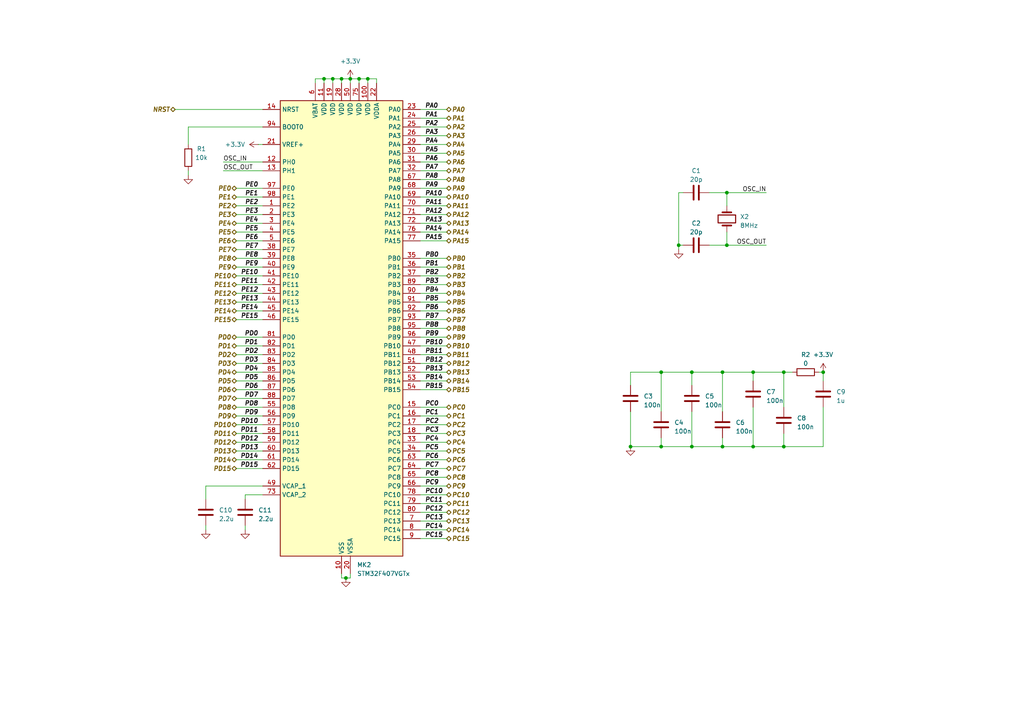
<source format=kicad_sch>
(kicad_sch (version 20250114) (generator "eeschema") (generator_version "9.0")
  (paper "A4")
  (title_block (date "2025-02-17") (comment 1 "STM32F407VG") (comment 2 "Филимонов С.В.") (comment 3 "Семеренко Д.А.") (comment 4 "Тищенко Л.А."))
  (lib_symbols
    (symbol "Device:C" (pin_numbers (hide yes)) (pin_names (offset 0.254))
      (property "Reference" "C" (at 0.635 2.54 0))
      (property "Value" "C" (at 0.635 -2.54 0))
      (symbol "C_0_1"
        (polyline (pts (xy -2.032 0.762) (xy 2.032 0.762)) (stroke (width 0.508)))
        (polyline (pts (xy -2.032 -0.762) (xy 2.032 -0.762)) (stroke (width 0.508)))
      )
      (symbol "C_1_1"
        (pin passive line (at 0 3.81 270) (length 2.794) (name "~") (number "1"))
        (pin passive line (at 0 -3.81 90) (length 2.794) (name "~") (number "2"))
      )
    )
    (symbol "Device:Crystal" (pin_numbers (hide yes)) (pin_names (offset 1.016) (hide yes))
      (property "Reference" "Y" (at 0 3.81 0))
      (property "Value" "Crystal" (at 0 -3.81 0))
      (symbol "Crystal_0_1"
        (polyline (pts (xy -2.54 0) (xy -1.905 0)))
        (polyline (pts (xy -1.905 -1.27) (xy -1.905 1.27)) (stroke (width 0.508)))
        (rectangle (start -1.143 2.54) (end 1.143 -2.54) (stroke (width 0.3048)))
        (polyline (pts (xy 1.905 -1.27) (xy 1.905 1.27)) (stroke (width 0.508)))
        (polyline (pts (xy 2.54 0) (xy 1.905 0)))
      )
      (symbol "Crystal_1_1"
        (pin passive line (at -3.81 0 0) (length 1.27) (name "1") (number "1"))
        (pin passive line (at 3.81 0 180) (length 1.27) (name "2") (number "2"))
      )
    )
    (symbol "Device:R" (pin_numbers (hide yes)) (pin_names (offset 0))
      (property "Reference" "R" (at 2.032 0 90))
      (property "Value" "R" (at 0 0 90))
      (symbol "R_0_1"
        (rectangle (start -1.016 -2.54) (end 1.016 2.54) (stroke (width 0.254)))
      )
      (symbol "R_1_1"
        (pin passive line (at 0 3.81 270) (length 1.27) (name "~") (number "1"))
        (pin passive line (at 0 -3.81 90) (length 1.27) (name "~") (number "2"))
      )
    )
    (symbol "MCU_ST_STM32F4:STM32F407VGTx"
      (property "Reference" "U" (at -17.78 67.31 0))
      (property "Value" "STM32F407VGTx" (at 12.7 67.31 0))
      (symbol "STM32F407VGTx_0_1"
        (rectangle (start -17.78 -66.04) (end 17.78 66.04) (stroke (width 0.254)) (fill (type background)))
      )
      (symbol "STM32F407VGTx_1_1"
        (pin input line (at -22.86 63.5 0) (length 5.08) (name "NRST") (number "14"))
        (pin input line (at -22.86 58.42 0) (length 5.08) (name "BOOT0") (number "94"))
        (pin input line (at -22.86 53.34 0) (length 5.08) (name "VREF+") (number "21"))
        (pin bidirectional line (at -22.86 48.26 0) (length 5.08) (name "PH0") (number "12"))
        (pin bidirectional line (at -22.86 45.72 0) (length 5.08) (name "PH1") (number "13"))
        (pin bidirectional line (at -22.86 40.64 0) (length 5.08) (name "PE0") (number "97"))
        (pin bidirectional line (at -22.86 38.1 0) (length 5.08) (name "PE1") (number "98"))
        (pin bidirectional line (at -22.86 35.56 0) (length 5.08) (name "PE2") (number "1"))
        (pin bidirectional line (at -22.86 33.02 0) (length 5.08) (name "PE3") (number "2"))
        (pin bidirectional line (at -22.86 30.48 0) (length 5.08) (name "PE4") (number "3"))
        (pin bidirectional line (at -22.86 27.94 0) (length 5.08) (name "PE5") (number "4"))
        (pin bidirectional line (at -22.86 25.4 0) (length 5.08) (name "PE6") (number "5"))
        (pin bidirectional line (at -22.86 22.86 0) (length 5.08) (name "PE7") (number "38"))
        (pin bidirectional line (at -22.86 20.32 0) (length 5.08) (name "PE8") (number "39"))
        (pin bidirectional line (at -22.86 17.78 0) (length 5.08) (name "PE9") (number "40"))
        (pin bidirectional line (at -22.86 15.24 0) (length 5.08) (name "PE10") (number "41"))
        (pin bidirectional line (at -22.86 12.7 0) (length 5.08) (name "PE11") (number "42"))
        (pin bidirectional line (at -22.86 10.16 0) (length 5.08) (name "PE12") (number "43"))
        (pin bidirectional line (at -22.86 7.62 0) (length 5.08) (name "PE13") (number "44"))
        (pin bidirectional line (at -22.86 5.08 0) (length 5.08) (name "PE14") (number "45"))
        (pin bidirectional line (at -22.86 2.54 0) (length 5.08) (name "PE15") (number "46"))
        (pin bidirectional line (at -22.86 -2.54 0) (length 5.08) (name "PD0") (number "81"))
        (pin bidirectional line (at -22.86 -5.08 0) (length 5.08) (name "PD1") (number "82"))
        (pin bidirectional line (at -22.86 -7.62 0) (length 5.08) (name "PD2") (number "83"))
        (pin bidirectional line (at -22.86 -10.16 0) (length 5.08) (name "PD3") (number "84"))
        (pin bidirectional line (at -22.86 -12.7 0) (length 5.08) (name "PD4") (number "85"))
        (pin bidirectional line (at -22.86 -15.24 0) (length 5.08) (name "PD5") (number "86"))
        (pin bidirectional line (at -22.86 -17.78 0) (length 5.08) (name "PD6") (number "87"))
        (pin bidirectional line (at -22.86 -20.32 0) (length 5.08) (name "PD7") (number "88"))
        (pin bidirectional line (at -22.86 -22.86 0) (length 5.08) (name "PD8") (number "55"))
        (pin bidirectional line (at -22.86 -25.4 0) (length 5.08) (name "PD9") (number "56"))
        (pin bidirectional line (at -22.86 -27.94 0) (length 5.08) (name "PD10") (number "57"))
        (pin bidirectional line (at -22.86 -30.48 0) (length 5.08) (name "PD11") (number "58"))
        (pin bidirectional line (at -22.86 -33.02 0) (length 5.08) (name "PD12") (number "59"))
        (pin bidirectional line (at -22.86 -35.56 0) (length 5.08) (name "PD13") (number "60"))
        (pin bidirectional line (at -22.86 -38.1 0) (length 5.08) (name "PD14") (number "61"))
        (pin bidirectional line (at -22.86 -40.64 0) (length 5.08) (name "PD15") (number "62"))
        (pin power_out line (at -22.86 -45.72 0) (length 5.08) (name "VCAP_1") (number "49"))
        (pin power_out line (at -22.86 -48.26 0) (length 5.08) (name "VCAP_2") (number "73"))
        (pin power_in line (at -7.62 71.12 270) (length 5.08) (name "VBAT") (number "6"))
        (pin power_in line (at -5.08 71.12 270) (length 5.08) (name "VDD") (number "11"))
        (pin power_in line (at -2.54 71.12 270) (length 5.08) (name "VDD") (number "19"))
        (pin power_in line (at 0 71.12 270) (length 5.08) (name "VDD") (number "28"))
        (pin power_in line (at 0 -71.12 90) (length 5.08) (name "VSS") (number "10"))
        (pin passive line (at 0 -71.12 90) (length 5.08) (hide yes) (name "VSS") (number "27"))
        (pin passive line (at 0 -71.12 90) (length 5.08) (hide yes) (name "VSS") (number "74"))
        (pin passive line (at 0 -71.12 90) (length 5.08) (hide yes) (name "VSS") (number "99"))
        (pin power_in line (at 2.54 71.12 270) (length 5.08) (name "VDD") (number "50"))
        (pin power_in line (at 2.54 -71.12 90) (length 5.08) (name "VSSA") (number "20"))
        (pin power_in line (at 5.08 71.12 270) (length 5.08) (name "VDD") (number "75"))
        (pin power_in line (at 7.62 71.12 270) (length 5.08) (name "VDD") (number "100"))
        (pin power_in line (at 10.16 71.12 270) (length 5.08) (name "VDDA") (number "22"))
        (pin bidirectional line (at 22.86 63.5 180) (length 5.08) (name "PA0") (number "23"))
        (pin bidirectional line (at 22.86 60.96 180) (length 5.08) (name "PA1") (number "24"))
        (pin bidirectional line (at 22.86 58.42 180) (length 5.08) (name "PA2") (number "25"))
        (pin bidirectional line (at 22.86 55.88 180) (length 5.08) (name "PA3") (number "26"))
        (pin bidirectional line (at 22.86 53.34 180) (length 5.08) (name "PA4") (number "29"))
        (pin bidirectional line (at 22.86 50.8 180) (length 5.08) (name "PA5") (number "30"))
        (pin bidirectional line (at 22.86 48.26 180) (length 5.08) (name "PA6") (number "31"))
        (pin bidirectional line (at 22.86 45.72 180) (length 5.08) (name "PA7") (number "32"))
        (pin bidirectional line (at 22.86 43.18 180) (length 5.08) (name "PA8") (number "67"))
        (pin bidirectional line (at 22.86 40.64 180) (length 5.08) (name "PA9") (number "68"))
        (pin bidirectional line (at 22.86 38.1 180) (length 5.08) (name "PA10") (number "69"))
        (pin bidirectional line (at 22.86 35.56 180) (length 5.08) (name "PA11") (number "70"))
        (pin bidirectional line (at 22.86 33.02 180) (length 5.08) (name "PA12") (number "71"))
        (pin bidirectional line (at 22.86 30.48 180) (length 5.08) (name "PA13") (number "72"))
        (pin bidirectional line (at 22.86 27.94 180) (length 5.08) (name "PA14") (number "76"))
        (pin bidirectional line (at 22.86 25.4 180) (length 5.08) (name "PA15") (number "77"))
        (pin bidirectional line (at 22.86 20.32 180) (length 5.08) (name "PB0") (number "35"))
        (pin bidirectional line (at 22.86 17.78 180) (length 5.08) (name "PB1") (number "36"))
        (pin bidirectional line (at 22.86 15.24 180) (length 5.08) (name "PB2") (number "37"))
        (pin bidirectional line (at 22.86 12.7 180) (length 5.08) (name "PB3") (number "89"))
        (pin bidirectional line (at 22.86 10.16 180) (length 5.08) (name "PB4") (number "90"))
        (pin bidirectional line (at 22.86 7.62 180) (length 5.08) (name "PB5") (number "91"))
        (pin bidirectional line (at 22.86 5.08 180) (length 5.08) (name "PB6") (number "92"))
        (pin bidirectional line (at 22.86 2.54 180) (length 5.08) (name "PB7") (number "93"))
        (pin bidirectional line (at 22.86 0 180) (length 5.08) (name "PB8") (number "95"))
        (pin bidirectional line (at 22.86 -2.54 180) (length 5.08) (name "PB9") (number "96"))
        (pin bidirectional line (at 22.86 -5.08 180) (length 5.08) (name "PB10") (number "47"))
        (pin bidirectional line (at 22.86 -7.62 180) (length 5.08) (name "PB11") (number "48"))
        (pin bidirectional line (at 22.86 -10.16 180) (length 5.08) (name "PB12") (number "51"))
        (pin bidirectional line (at 22.86 -12.7 180) (length 5.08) (name "PB13") (number "52"))
        (pin bidirectional line (at 22.86 -15.24 180) (length 5.08) (name "PB14") (number "53"))
        (pin bidirectional line (at 22.86 -17.78 180) (length 5.08) (name "PB15") (number "54"))
        (pin bidirectional line (at 22.86 -22.86 180) (length 5.08) (name "PC0") (number "15"))
        (pin bidirectional line (at 22.86 -25.4 180) (length 5.08) (name "PC1") (number "16"))
        (pin bidirectional line (at 22.86 -27.94 180) (length 5.08) (name "PC2") (number "17"))
        (pin bidirectional line (at 22.86 -30.48 180) (length 5.08) (name "PC3") (number "18"))
        (pin bidirectional line (at 22.86 -33.02 180) (length 5.08) (name "PC4") (number "33"))
        (pin bidirectional line (at 22.86 -35.56 180) (length 5.08) (name "PC5") (number "34"))
        (pin bidirectional line (at 22.86 -38.1 180) (length 5.08) (name "PC6") (number "63"))
        (pin bidirectional line (at 22.86 -40.64 180) (length 5.08) (name "PC7") (number "64"))
        (pin bidirectional line (at 22.86 -43.18 180) (length 5.08) (name "PC8") (number "65"))
        (pin bidirectional line (at 22.86 -45.72 180) (length 5.08) (name "PC9") (number "66"))
        (pin bidirectional line (at 22.86 -48.26 180) (length 5.08) (name "PC10") (number "78"))
        (pin bidirectional line (at 22.86 -50.8 180) (length 5.08) (name "PC11") (number "79"))
        (pin bidirectional line (at 22.86 -53.34 180) (length 5.08) (name "PC12") (number "80"))
        (pin bidirectional line (at 22.86 -55.88 180) (length 5.08) (name "PC13") (number "7"))
        (pin bidirectional line (at 22.86 -58.42 180) (length 5.08) (name "PC14") (number "8"))
        (pin bidirectional line (at 22.86 -60.96 180) (length 5.08) (name "PC15") (number "9"))
      )
    )
    (symbol "power:+3.3V" (power) (pin_numbers (hide yes)) (pin_names (offset 0) (hide yes))
      (property "Value" "+3.3V" (at 0 3.556 0))
      (symbol "+3.3V_0_1"
        (polyline (pts (xy -0.762 1.27) (xy 0 2.54)))
        (polyline (pts (xy 0 2.54) (xy 0.762 1.27)))
        (polyline (pts (xy 0 0) (xy 0 2.54)))
      )
      (symbol "+3.3V_1_1"
        (pin power_in line (at 0 0 90) (length 0) (name "~") (number "1"))
      )
    )
    (symbol "power:GND" (power) (pin_numbers (hide yes)) (pin_names (offset 0) (hide yes))
      (property "Value" "GND" (at 0 -3.81 0))
      (symbol "GND_0_1"
        (polyline (pts (xy 0 0) (xy 0 -1.27) (xy 1.27 -1.27) (xy 0 -2.54) (xy -1.27 -1.27) (xy 0 -1.27)))
      )
      (symbol "GND_1_1"
        (pin power_in line (at 0 0 270) (length 0) (name "~") (number "1"))
      )
    )
  )
  (junction (at 104.14 22.86))
  (junction (at 210.82 71.12))
  (junction (at 93.98 22.86))
  (junction (at 200.66 129.54))
  (junction (at 209.55 107.95))
  (junction (at 196.85 71.12))
  (junction (at 200.66 107.95))
  (junction (at 96.52 22.86))
  (junction (at 210.82 55.88))
  (junction (at 191.77 129.54))
  (junction (at 99.06 22.86))
  (junction (at 191.77 107.95))
  (junction (at 100.33 167.64))
  (junction (at 227.33 129.54))
  (junction (at 227.33 107.95))
  (junction (at 182.88 129.54))
  (junction (at 101.6 22.86))
  (junction (at 218.44 107.95))
  (junction (at 218.44 129.54))
  (junction (at 106.68 22.86))
  (junction (at 238.76 107.95))
  (junction (at 209.55 129.54))
  (wire (pts (xy 68.58 57.15) (xy 76.2 57.15)))
  (wire (pts (xy 99.06 22.86) (xy 99.06 24.13)))
  (wire (pts (xy 68.58 67.31) (xy 76.2 67.31)))
  (wire (pts (xy 68.58 62.23) (xy 76.2 62.23)))
  (wire (pts (xy 68.58 118.11) (xy 76.2 118.11)))
  (wire (pts (xy 68.58 102.87) (xy 76.2 102.87)))
  (wire (pts (xy 68.58 115.57) (xy 76.2 115.57)))
  (wire (pts (xy 121.92 128.27) (xy 129.54 128.27)))
  (wire (pts (xy 68.58 64.77) (xy 76.2 64.77)))
  (wire (pts (xy 210.82 55.88) (xy 222.25 55.88)))
  (wire (pts (xy 121.92 113.03) (xy 129.54 113.03)))
  (wire (pts (xy 238.76 118.11) (xy 238.76 129.54)))
  (wire (pts (xy 205.74 55.88) (xy 210.82 55.88)))
  (wire (pts (xy 209.55 107.95) (xy 218.44 107.95)))
  (wire (pts (xy 200.66 107.95) (xy 200.66 111.76)))
  (wire (pts (xy 99.06 22.86) (xy 101.6 22.86)))
  (wire (pts (xy 191.77 129.54) (xy 200.66 129.54)))
  (wire (pts (xy 76.2 143.51) (xy 71.12 143.51)))
  (wire (pts (xy 68.58 77.47) (xy 76.2 77.47)))
  (wire (pts (xy 191.77 127) (xy 191.77 129.54)))
  (wire (pts (xy 237.49 107.95) (xy 238.76 107.95)))
  (wire (pts (xy 196.85 72.39) (xy 196.85 71.12)))
  (wire (pts (xy 71.12 143.51) (xy 71.12 144.78)))
  (wire (pts (xy 121.92 105.41) (xy 129.54 105.41)))
  (wire (pts (xy 121.92 92.71) (xy 129.54 92.71)))
  (wire (pts (xy 121.92 82.55) (xy 129.54 82.55)))
  (wire (pts (xy 121.92 85.09) (xy 129.54 85.09)))
  (wire (pts (xy 121.92 130.81) (xy 129.54 130.81)))
  (wire (pts (xy 191.77 107.95) (xy 191.77 119.38)))
  (wire (pts (xy 200.66 129.54) (xy 209.55 129.54)))
  (wire (pts (xy 121.92 125.73) (xy 129.54 125.73)))
  (wire (pts (xy 68.58 100.33) (xy 76.2 100.33)))
  (wire (pts (xy 121.92 44.45) (xy 129.54 44.45)))
  (wire (pts (xy 227.33 107.95) (xy 229.87 107.95)))
  (wire (pts (xy 68.58 74.93) (xy 76.2 74.93)))
  (wire (pts (xy 68.58 87.63) (xy 76.2 87.63)))
  (wire (pts (xy 121.92 80.01) (xy 129.54 80.01)))
  (wire (pts (xy 121.92 151.13) (xy 129.54 151.13)))
  (wire (pts (xy 68.58 120.65) (xy 76.2 120.65)))
  (wire (pts (xy 121.92 90.17) (xy 129.54 90.17)))
  (wire (pts (xy 54.61 36.83) (xy 76.2 36.83)))
  (wire (pts (xy 101.6 22.86) (xy 104.14 22.86)))
  (wire (pts (xy 68.58 54.61) (xy 76.2 54.61)))
  (wire (pts (xy 121.92 95.25) (xy 129.54 95.25)))
  (wire (pts (xy 121.92 138.43) (xy 129.54 138.43)))
  (wire (pts (xy 109.22 24.13) (xy 109.22 22.86)))
  (wire (pts (xy 121.92 135.89) (xy 129.54 135.89)))
  (wire (pts (xy 200.66 119.38) (xy 200.66 129.54)))
  (wire (pts (xy 238.76 107.95) (xy 238.76 110.49)))
  (wire (pts (xy 68.58 59.69) (xy 76.2 59.69)))
  (wire (pts (xy 121.92 118.11) (xy 129.54 118.11)))
  (wire (pts (xy 99.06 167.64) (xy 100.33 167.64)))
  (wire (pts (xy 68.58 92.71) (xy 76.2 92.71)))
  (wire (pts (xy 68.58 113.03) (xy 76.2 113.03)))
  (wire (pts (xy 121.92 67.31) (xy 129.54 67.31)))
  (wire (pts (xy 210.82 55.88) (xy 210.82 59.69)))
  (wire (pts (xy 68.58 123.19) (xy 76.2 123.19)))
  (wire (pts (xy 68.58 133.35) (xy 76.2 133.35)))
  (wire (pts (xy 121.92 153.67) (xy 129.54 153.67)))
  (wire (pts (xy 64.77 46.99) (xy 76.2 46.99)))
  (wire (pts (xy 121.92 36.83) (xy 129.54 36.83)))
  (wire (pts (xy 121.92 57.15) (xy 129.54 57.15)))
  (wire (pts (xy 227.33 125.73) (xy 227.33 129.54)))
  (wire (pts (xy 209.55 129.54) (xy 218.44 129.54)))
  (wire (pts (xy 121.92 34.29) (xy 129.54 34.29)))
  (wire (pts (xy 182.88 129.54) (xy 182.88 119.38)))
  (wire (pts (xy 196.85 71.12) (xy 198.12 71.12)))
  (wire (pts (xy 209.55 107.95) (xy 209.55 119.38)))
  (wire (pts (xy 68.58 135.89) (xy 76.2 135.89)))
  (wire (pts (xy 68.58 69.85) (xy 76.2 69.85)))
  (wire (pts (xy 121.92 46.99) (xy 129.54 46.99)))
  (wire (pts (xy 68.58 125.73) (xy 76.2 125.73)))
  (wire (pts (xy 218.44 129.54) (xy 227.33 129.54)))
  (wire (pts (xy 101.6 166.37) (xy 101.6 167.64)))
  (wire (pts (xy 191.77 107.95) (xy 200.66 107.95)))
  (wire (pts (xy 68.58 82.55) (xy 76.2 82.55)))
  (wire (pts (xy 182.88 107.95) (xy 182.88 111.76)))
  (wire (pts (xy 121.92 140.97) (xy 129.54 140.97)))
  (wire (pts (xy 91.44 24.13) (xy 91.44 22.86)))
  (wire (pts (xy 109.22 22.86) (xy 106.68 22.86)))
  (wire (pts (xy 68.58 97.79) (xy 76.2 97.79)))
  (wire (pts (xy 121.92 31.75) (xy 129.54 31.75)))
  (wire (pts (xy 71.12 153.67) (xy 71.12 152.4)))
  (wire (pts (xy 99.06 166.37) (xy 99.06 167.64)))
  (wire (pts (xy 121.92 110.49) (xy 129.54 110.49)))
  (wire (pts (xy 227.33 129.54) (xy 238.76 129.54)))
  (wire (pts (xy 93.98 24.13) (xy 93.98 22.86)))
  (wire (pts (xy 104.14 22.86) (xy 104.14 24.13)))
  (wire (pts (xy 68.58 128.27) (xy 76.2 128.27)))
  (wire (pts (xy 196.85 71.12) (xy 196.85 55.88)))
  (wire (pts (xy 91.44 22.86) (xy 93.98 22.86)))
  (wire (pts (xy 121.92 107.95) (xy 129.54 107.95)))
  (wire (pts (xy 68.58 90.17) (xy 76.2 90.17)))
  (wire (pts (xy 68.58 107.95) (xy 76.2 107.95)))
  (wire (pts (xy 121.92 69.85) (xy 129.54 69.85)))
  (wire (pts (xy 74.93 41.91) (xy 76.2 41.91)))
  (wire (pts (xy 100.33 167.64) (xy 101.6 167.64)))
  (wire (pts (xy 121.92 133.35) (xy 129.54 133.35)))
  (wire (pts (xy 121.92 148.59) (xy 129.54 148.59)))
  (wire (pts (xy 68.58 130.81) (xy 76.2 130.81)))
  (wire (pts (xy 121.92 156.21) (xy 129.54 156.21)))
  (wire (pts (xy 218.44 118.11) (xy 218.44 129.54)))
  (wire (pts (xy 121.92 62.23) (xy 129.54 62.23)))
  (wire (pts (xy 121.92 100.33) (xy 129.54 100.33)))
  (wire (pts (xy 121.92 52.07) (xy 129.54 52.07)))
  (wire (pts (xy 200.66 107.95) (xy 209.55 107.95)))
  (wire (pts (xy 68.58 80.01) (xy 76.2 80.01)))
  (wire (pts (xy 106.68 22.86) (xy 106.68 24.13)))
  (wire (pts (xy 121.92 120.65) (xy 129.54 120.65)))
  (wire (pts (xy 96.52 22.86) (xy 96.52 24.13)))
  (wire (pts (xy 104.14 22.86) (xy 106.68 22.86)))
  (wire (pts (xy 121.92 39.37) (xy 129.54 39.37)))
  (wire (pts (xy 210.82 67.31) (xy 210.82 71.12)))
  (wire (pts (xy 121.92 146.05) (xy 129.54 146.05)))
  (wire (pts (xy 121.92 102.87) (xy 129.54 102.87)))
  (wire (pts (xy 191.77 107.95) (xy 182.88 107.95)))
  (wire (pts (xy 121.92 97.79) (xy 129.54 97.79)))
  (wire (pts (xy 210.82 71.12) (xy 222.25 71.12)))
  (wire (pts (xy 68.58 110.49) (xy 76.2 110.49)))
  (wire (pts (xy 54.61 49.53) (xy 54.61 50.8)))
  (wire (pts (xy 59.69 152.4) (xy 59.69 153.67)))
  (wire (pts (xy 121.92 64.77) (xy 129.54 64.77)))
  (wire (pts (xy 121.92 41.91) (xy 129.54 41.91)))
  (wire (pts (xy 68.58 72.39) (xy 76.2 72.39)))
  (wire (pts (xy 76.2 140.97) (xy 59.69 140.97)))
  (wire (pts (xy 64.77 49.53) (xy 76.2 49.53)))
  (wire (pts (xy 209.55 127) (xy 209.55 129.54)))
  (wire (pts (xy 121.92 74.93) (xy 129.54 74.93)))
  (wire (pts (xy 54.61 36.83) (xy 54.61 41.91)))
  (wire (pts (xy 227.33 118.11) (xy 227.33 107.95)))
  (wire (pts (xy 218.44 107.95) (xy 227.33 107.95)))
  (wire (pts (xy 121.92 49.53) (xy 129.54 49.53)))
  (wire (pts (xy 196.85 55.88) (xy 198.12 55.88)))
  (wire (pts (xy 121.92 59.69) (xy 129.54 59.69)))
  (wire (pts (xy 205.74 71.12) (xy 210.82 71.12)))
  (wire (pts (xy 93.98 22.86) (xy 96.52 22.86)))
  (wire (pts (xy 121.92 87.63) (xy 129.54 87.63)))
  (wire (pts (xy 121.92 77.47) (xy 129.54 77.47)))
  (wire (pts (xy 191.77 129.54) (xy 182.88 129.54)))
  (wire (pts (xy 101.6 22.86) (xy 101.6 24.13)))
  (wire (pts (xy 68.58 85.09) (xy 76.2 85.09)))
  (wire (pts (xy 121.92 54.61) (xy 129.54 54.61)))
  (wire (pts (xy 121.92 143.51) (xy 129.54 143.51)))
  (wire (pts (xy 68.58 105.41) (xy 76.2 105.41)))
  (wire (pts (xy 59.69 140.97) (xy 59.69 144.78)))
  (wire (pts (xy 121.92 123.19) (xy 129.54 123.19)))
  (wire (pts (xy 50.8 31.75) (xy 76.2 31.75)))
  (wire (pts (xy 96.52 22.86) (xy 99.06 22.86)))
  (wire (pts (xy 218.44 107.95) (xy 218.44 110.49)))
  (label "PC1" (at 123.19 120.65 0) (effects (font (bold yes) (italic yes))))
  (label "PD0" (at 74.93 97.79 180) (effects (font (bold yes) (italic yes))))
  (label "PE0" (at 74.93 54.61 180) (effects (font (bold yes) (italic yes))))
  (label "PB2" (at 123.19 80.01 0) (effects (font (bold yes) (italic yes))))
  (label "PE12" (at 74.93 85.09 180) (effects (font (bold yes) (italic yes))))
  (label "PB15" (at 123.19 113.03 0) (effects (font (bold yes) (italic yes))))
  (label "PA15" (at 123.19 69.85 0) (effects (font (bold yes) (italic yes))))
  (label "PA11" (at 123.19 59.69 0) (effects (font (bold yes) (italic yes))))
  (label "PE4" (at 74.93 64.77 180) (effects (font (bold yes) (italic yes))))
  (label "PB11" (at 123.19 102.87 0) (effects (font (bold yes) (italic yes))))
  (label "PA5" (at 123.19 44.45 0) (effects (font (bold yes) (italic yes))))
  (label "PB7" (at 123.19 92.71 0) (effects (font (bold yes) (italic yes))))
  (label "PE3" (at 74.93 62.23 180) (effects (font (bold yes) (italic yes))))
  (label "PD5" (at 74.93 110.49 180) (effects (font (bold yes) (italic yes))))
  (label "PC9" (at 123.19 140.97 0) (effects (font (bold yes) (italic yes))))
  (label "OSC_IN" (at 222.25 55.88 180))
  (label "PA7" (at 123.19 49.53 0) (effects (font (bold yes) (italic yes))))
  (label "PA2" (at 123.19 36.83 0) (effects (font (bold yes) (italic yes))))
  (label "PE11" (at 74.93 82.55 180) (effects (font (bold yes) (italic yes))))
  (label "PA8" (at 123.19 52.07 0) (effects (font (bold yes) (italic yes))))
  (label "PD8" (at 74.93 118.11 180) (effects (font (bold yes) (italic yes))))
  (label "PB5" (at 123.19 87.63 0) (effects (font (bold yes) (italic yes))))
  (label "PC11" (at 123.19 146.05 0) (effects (font (bold yes) (italic yes))))
  (label "PE9" (at 74.93 77.47 180) (effects (font (bold yes) (italic yes))))
  (label "PC10" (at 123.19 143.51 0) (effects (font (bold yes) (italic yes))))
  (label "PB9" (at 123.19 97.79 0) (effects (font (bold yes) (italic yes))))
  (label "PD9" (at 74.93 120.65 180) (effects (font (bold yes) (italic yes))))
  (label "PE5" (at 74.93 67.31 180) (effects (font (bold yes) (italic yes))))
  (label "PA3" (at 123.19 39.37 0) (effects (font (bold yes) (italic yes))))
  (label "PB4" (at 123.19 85.09 0) (effects (font (bold yes) (italic yes))))
  (label "PD12" (at 74.93 128.27 180) (effects (font (bold yes) (italic yes))))
  (label "PD6" (at 74.93 113.03 180) (effects (font (bold yes) (italic yes))))
  (label "PD14" (at 74.93 133.35 180) (effects (font (bold yes) (italic yes))))
  (label "PD7" (at 74.93 115.57 180) (effects (font (bold yes) (italic yes))))
  (label "OSC_OUT" (at 222.25 71.12 180))
  (label "PE13" (at 74.93 87.63 180) (effects (font (bold yes) (italic yes))))
  (label "PC12" (at 123.19 148.59 0) (effects (font (bold yes) (italic yes))))
  (label "PA6" (at 123.19 46.99 0) (effects (font (bold yes) (italic yes))))
  (label "PB12" (at 123.19 105.41 0) (effects (font (bold yes) (italic yes))))
  (label "PE1" (at 74.93 57.15 180) (effects (font (bold yes) (italic yes))))
  (label "PA10" (at 123.19 57.15 0) (effects (font (bold yes) (italic yes))))
  (label "PC8" (at 123.19 138.43 0) (effects (font (bold yes) (italic yes))))
  (label "PB14" (at 123.19 110.49 0) (effects (font (bold yes) (italic yes))))
  (label "PB3" (at 123.19 82.55 0) (effects (font (bold yes) (italic yes))))
  (label "PE2" (at 74.93 59.69 180) (effects (font (bold yes) (italic yes))))
  (label "PC0" (at 123.19 118.11 0) (effects (font (bold yes) (italic yes))))
  (label "PB13" (at 123.19 107.95 0) (effects (font (bold yes) (italic yes))))
  (label "PD13" (at 74.93 130.81 180) (effects (font (bold yes) (italic yes))))
  (label "PB8" (at 123.19 95.25 0) (effects (font (bold yes) (italic yes))))
  (label "PC7" (at 123.19 135.89 0) (effects (font (bold yes) (italic yes))))
  (label "PC6" (at 123.19 133.35 0) (effects (font (bold yes) (italic yes))))
  (label "PA1" (at 123.19 34.29 0) (effects (font (bold yes) (italic yes))))
  (label "PC2" (at 123.19 123.19 0) (effects (font (bold yes) (italic yes))))
  (label "PD1" (at 74.93 100.33 180) (effects (font (bold yes) (italic yes))))
  (label "PD3" (at 74.93 105.41 180) (effects (font (bold yes) (italic yes))))
  (label "PC5" (at 123.19 130.81 0) (effects (font (bold yes) (italic yes))))
  (label "PD15" (at 74.93 135.89 180) (effects (font (bold yes) (italic yes))))
  (label "PE7" (at 74.93 72.39 180) (effects (font (bold yes) (italic yes))))
  (label "PE14" (at 74.93 90.17 180) (effects (font (bold yes) (italic yes))))
  (label "PA4" (at 123.19 41.91 0) (effects (font (bold yes) (italic yes))))
  (label "PB0" (at 123.19 74.93 0) (effects (font (bold yes) (italic yes))))
  (label "PA12" (at 123.19 62.23 0) (effects (font (bold yes) (italic yes))))
  (label "PA0" (at 123.19 31.75 0) (effects (font (bold yes) (italic yes))))
  (label "PE10" (at 74.93 80.01 180) (effects (font (bold yes) (italic yes))))
  (label "PA14" (at 123.19 67.31 0) (effects (font (bold yes) (italic yes))))
  (label "PA9" (at 123.19 54.61 0) (effects (font (bold yes) (italic yes))))
  (label "PC3" (at 123.19 125.73 0) (effects (font (bold yes) (italic yes))))
  (label "OSC_IN" (at 64.77 46.99 0))
  (label "PC15" (at 123.19 156.21 0) (effects (font (bold yes) (italic yes))))
  (label "PC4" (at 123.19 128.27 0) (effects (font (bold yes) (italic yes))))
  (label "PB10" (at 123.19 100.33 0) (effects (font (bold yes) (italic yes))))
  (label "PD11" (at 74.93 125.73 180) (effects (font (bold yes) (italic yes))))
  (label "PB6" (at 123.19 90.17 0) (effects (font (bold yes) (italic yes))))
  (label "PC13" (at 123.19 151.13 0) (effects (font (bold yes) (italic yes))))
  (label "PD10" (at 74.93 123.19 180) (effects (font (bold yes) (italic yes))))
  (label "PC14" (at 123.19 153.67 0) (effects (font (bold yes) (italic yes))))
  (label "PB1" (at 123.19 77.47 0) (effects (font (bold yes) (italic yes))))
  (label "PE8" (at 74.93 74.93 180) (effects (font (bold yes) (italic yes))))
  (label "OSC_OUT" (at 64.77 49.53 0))
  (label "PD4" (at 74.93 107.95 180) (effects (font (bold yes) (italic yes))))
  (label "PA13" (at 123.19 64.77 0) (effects (font (bold yes) (italic yes))))
  (label "PE6" (at 74.93 69.85 180) (effects (font (bold yes) (italic yes))))
  (label "PE15" (at 74.93 92.71 180) (effects (font (bold yes) (italic yes))))
  (label "PD2" (at 74.93 102.87 180) (effects (font (bold yes) (italic yes))))
  (hierarchical_label "PB3" (shape bidirectional) (at 129.54 82.55 0) (effects (font (thickness 0.254) (bold yes) (italic yes))))
  (hierarchical_label "PA9" (shape bidirectional) (at 129.54 54.61 0) (effects (font (bold yes) (italic yes))))
  (hierarchical_label "PE7" (shape bidirectional) (at 68.58 72.39 180) (effects (font (bold yes) (italic yes))))
  (hierarchical_label "PD1" (shape bidirectional) (at 68.58 100.33 180) (effects (font (bold yes) (italic yes))))
  (hierarchical_label "PC6" (shape bidirectional) (at 129.54 133.35 0) (effects (font (bold yes) (italic yes))))
  (hierarchical_label "PA7" (shape bidirectional) (at 129.54 49.53 0) (effects (font (bold yes) (italic yes))))
  (hierarchical_label "PC15" (shape bidirectional) (at 129.54 156.21 0) (effects (font (bold yes) (italic yes))))
  (hierarchical_label "PD4" (shape bidirectional) (at 68.58 107.95 180) (effects (font (bold yes) (italic yes))))
  (hierarchical_label "PC0" (shape bidirectional) (at 129.54 118.11 0) (effects (font (bold yes) (italic yes))))
  (hierarchical_label "PE12" (shape bidirectional) (at 68.58 85.09 180) (effects (font (bold yes) (italic yes))))
  (hierarchical_label "PB10" (shape bidirectional) (at 129.54 100.33 0) (effects (font (thickness 0.254) (bold yes) (italic yes))))
  (hierarchical_label "PB5" (shape bidirectional) (at 129.54 87.63 0) (effects (font (thickness 0.254) (bold yes) (italic yes))))
  (hierarchical_label "PA5" (shape bidirectional) (at 129.54 44.45 0) (effects (font (bold yes) (italic yes))))
  (hierarchical_label "PD6" (shape bidirectional) (at 68.58 113.03 180) (effects (font (bold yes) (italic yes))))
  (hierarchical_label "PD3" (shape bidirectional) (at 68.58 105.41 180) (effects (font (bold yes) (italic yes))))
  (hierarchical_label "PA13" (shape bidirectional) (at 129.54 64.77 0) (effects (font (bold yes) (italic yes))))
  (hierarchical_label "PA6" (shape bidirectional) (at 129.54 46.99 0) (effects (font (bold yes) (italic yes))))
  (hierarchical_label "PB4" (shape bidirectional) (at 129.54 85.09 0) (effects (font (thickness 0.254) (bold yes) (italic yes))))
  (hierarchical_label "PC2" (shape bidirectional) (at 129.54 123.19 0) (effects (font (bold yes) (italic yes))))
  (hierarchical_label "PA0" (shape bidirectional) (at 129.54 31.75 0) (effects (font (bold yes) (italic yes))))
  (hierarchical_label "PE4" (shape bidirectional) (at 68.58 64.77 180) (effects (font (bold yes) (italic yes))))
  (hierarchical_label "PA11" (shape bidirectional) (at 129.54 59.69 0) (effects (font (bold yes) (italic yes))))
  (hierarchical_label "PE14" (shape bidirectional) (at 68.58 90.17 180) (effects (font (bold yes) (italic yes))))
  (hierarchical_label "PC8" (shape bidirectional) (at 129.54 138.43 0) (effects (font (bold yes) (italic yes))))
  (hierarchical_label "PD13" (shape bidirectional) (at 68.58 130.81 180) (effects (font (bold yes) (italic yes))))
  (hierarchical_label "PC5" (shape bidirectional) (at 129.54 130.81 0) (effects (font (bold yes) (italic yes))))
  (hierarchical_label "PE0" (shape bidirectional) (at 68.58 54.61 180) (effects (font (bold yes) (italic yes))))
  (hierarchical_label "PB8" (shape bidirectional) (at 129.54 95.25 0) (effects (font (thickness 0.254) (bold yes) (italic yes))))
  (hierarchical_label "PA10" (shape bidirectional) (at 129.54 57.15 0) (effects (font (bold yes) (italic yes))))
  (hierarchical_label "PE3" (shape bidirectional) (at 68.58 62.23 180) (effects (font (bold yes) (italic yes))))
  (hierarchical_label "PA14" (shape bidirectional) (at 129.54 67.31 0) (effects (font (bold yes) (italic yes))))
  (hierarchical_label "PE1" (shape bidirectional) (at 68.58 57.15 180) (effects (font (bold yes) (italic yes))))
  (hierarchical_label "PA1" (shape bidirectional) (at 129.54 34.29 0) (effects (font (bold yes) (italic yes))))
  (hierarchical_label "PE8" (shape bidirectional) (at 68.58 74.93 180) (effects (font (bold yes) (italic yes))))
  (hierarchical_label "PC4" (shape bidirectional) (at 129.54 128.27 0) (effects (font (bold yes) (italic yes))))
  (hierarchical_label "PC12" (shape bidirectional) (at 129.54 148.59 0) (effects (font (bold yes) (italic yes))))
  (hierarchical_label "PB14" (shape bidirectional) (at 129.54 110.49 0) (effects (font (thickness 0.254) (bold yes) (italic yes))))
  (hierarchical_label "PC14" (shape bidirectional) (at 129.54 153.67 0) (effects (font (bold yes) (italic yes))))
  (hierarchical_label "PA2" (shape bidirectional) (at 129.54 36.83 0) (effects (font (bold yes) (italic yes))))
  (hierarchical_label "PD0" (shape bidirectional) (at 68.58 97.79 180) (effects (font (bold yes) (italic yes))))
  (hierarchical_label "PE15" (shape bidirectional) (at 68.58 92.71 180) (effects (font (bold yes) (italic yes))))
  (hierarchical_label "PA8" (shape bidirectional) (at 129.54 52.07 0) (effects (font (bold yes) (italic yes))))
  (hierarchical_label "PC3" (shape bidirectional) (at 129.54 125.73 0) (effects (font (bold yes) (italic yes))))
  (hierarchical_label "PC10" (shape bidirectional) (at 129.54 143.51 0) (effects (font (bold yes) (italic yes))))
  (hierarchical_label "PD2" (shape bidirectional) (at 68.58 102.87 180) (effects (font (bold yes) (italic yes))))
  (hierarchical_label "PB13" (shape bidirectional) (at 129.54 107.95 0) (effects (font (thickness 0.254) (bold yes) (italic yes))))
  (hierarchical_label "PB6" (shape bidirectional) (at 129.54 90.17 0) (effects (font (thickness 0.254) (bold yes) (italic yes))))
  (hierarchical_label "PD5" (shape bidirectional) (at 68.58 110.49 180) (effects (font (bold yes) (italic yes))))
  (hierarchical_label "PB1" (shape bidirectional) (at 129.54 77.47 0) (effects (font (thickness 0.254) (bold yes) (italic yes))))
  (hierarchical_label "PD10" (shape bidirectional) (at 68.58 123.19 180) (effects (font (bold yes) (italic yes))))
  (hierarchical_label "PB11" (shape bidirectional) (at 129.54 102.87 0) (effects (font (thickness 0.254) (bold yes) (italic yes))))
  (hierarchical_label "PD8" (shape bidirectional) (at 68.58 118.11 180) (effects (font (bold yes) (italic yes))))
  (hierarchical_label "PC13" (shape bidirectional) (at 129.54 151.13 0) (effects (font (bold yes) (italic yes))))
  (hierarchical_label "PA15" (shape bidirectional) (at 129.54 69.85 0) (effects (font (bold yes) (italic yes))))
  (hierarchical_label "PB12" (shape bidirectional) (at 129.54 105.41 0) (effects (font (thickness 0.254) (bold yes) (italic yes))))
  (hierarchical_label "PD7" (shape bidirectional) (at 68.58 115.57 180) (effects (font (bold yes) (italic yes))))
  (hierarchical_label "PE5" (shape bidirectional) (at 68.58 67.31 180) (effects (font (bold yes) (italic yes))))
  (hierarchical_label "PE10" (shape bidirectional) (at 68.58 80.01 180) (effects (font (bold yes) (italic yes))))
  (hierarchical_label "PC11" (shape bidirectional) (at 129.54 146.05 0) (effects (font (bold yes) (italic yes))))
  (hierarchical_label "PD11" (shape bidirectional) (at 68.58 125.73 180) (effects (font (bold yes) (italic yes))))
  (hierarchical_label "PA12" (shape bidirectional) (at 129.54 62.23 0) (effects (font (bold yes) (italic yes))))
  (hierarchical_label "PC1" (shape bidirectional) (at 129.54 120.65 0) (effects (font (bold yes) (italic yes))))
  (hierarchical_label "PB15" (shape bidirectional) (at 129.54 113.03 0) (effects (font (thickness 0.254) (bold yes) (italic yes))))
  (hierarchical_label "PE11" (shape bidirectional) (at 68.58 82.55 180) (effects (font (bold yes) (italic yes))))
  (hierarchical_label "PA4" (shape bidirectional) (at 129.54 41.91 0) (effects (font (bold yes) (italic yes))))
  (hierarchical_label "PE6" (shape bidirectional) (at 68.58 69.85 180) (effects (font (bold yes) (italic yes))))
  (hierarchical_label "PB2" (shape bidirectional) (at 129.54 80.01 0) (effects (font (thickness 0.254) (bold yes) (italic yes))))
  (hierarchical_label "PB9" (shape bidirectional) (at 129.54 97.79 0) (effects (font (thickness 0.254) (bold yes) (italic yes))))
  (hierarchical_label "PD15" (shape bidirectional) (at 68.58 135.89 180) (effects (font (bold yes) (italic yes))))
  (hierarchical_label "PE9" (shape bidirectional) (at 68.58 77.47 180) (effects (font (bold yes) (italic yes))))
  (hierarchical_label "PB7" (shape bidirectional) (at 129.54 92.71 0) (effects (font (thickness 0.254) (bold yes) (italic yes))))
  (hierarchical_label "PA3" (shape bidirectional) (at 129.54 39.37 0) (effects (font (bold yes) (italic yes))))
  (hierarchical_label "PC9" (shape bidirectional) (at 129.54 140.97 0) (effects (font (bold yes) (italic yes))))
  (hierarchical_label "PE13" (shape bidirectional) (at 68.58 87.63 180) (effects (font (bold yes) (italic yes))))
  (hierarchical_label "PE2" (shape bidirectional) (at 68.58 59.69 180) (effects (font (bold yes) (italic yes))))
  (hierarchical_label "PD14" (shape bidirectional) (at 68.58 133.35 180) (effects (font (bold yes) (italic yes))))
  (hierarchical_label "PD12" (shape bidirectional) (at 68.58 128.27 180) (effects (font (bold yes) (italic yes))))
  (hierarchical_label "PB0" (shape bidirectional) (at 129.54 74.93 0) (effects (font (thickness 0.254) (bold yes) (italic yes))))
  (hierarchical_label "PC7" (shape bidirectional) (at 129.54 135.89 0) (effects (font (bold yes) (italic yes))))
  (hierarchical_label "PD9" (shape bidirectional) (at 68.58 120.65 180) (effects (font (bold yes) (italic yes))))
  (hierarchical_label "NRST" (shape bidirectional) (at 50.8 31.75 180) (effects (font (thickness 0.254) (bold yes) (italic yes))))
  (symbol (lib_id "Device:R") (at 54.61 45.72 180) (unit 1)
    (property "Reference" "R1" (at 58.42 43.18 0))
    (property "Value" "10k" (at 58.42 45.72 0))
    (property "Footprint" "Resistor_SMD:R_1206_3216Metric_Pad1.30x1.75mm_HandSolder" (effects (hide yes)))
  )
  (symbol (lib_id "power:GND") (at 54.61 50.8 0) (unit 1)
    (property "Reference" "#PWR033" (effects (hide yes)))
    (property "Value" "GND" (effects (hide yes)))
    (property "Description" "Power symbol creates a global label with name \"GND\" , ground" (effects (hide yes)))
  )
  (symbol (lib_id "Device:C") (at 71.12 148.59 0) (unit 1)
    (property "Reference" "C11" (at 74.93 147.955 0) (effects (justify left)))
    (property "Value" "2.2u" (at 74.93 150.495 0) (effects (justify left)))
    (property "Footprint" "Capacitor_SMD:C_1206_3216Metric_Pad1.33x1.80mm_HandSolder" (effects (hide yes)))
  )
  (symbol (lib_id "power:GND") (at 59.69 153.67 0) (unit 1)
    (property "Reference" "#PWR036" (effects (hide yes)))
    (property "Value" "GND" (effects (hide yes)))
    (property "Description" "Power symbol creates a global label with name \"GND\" , ground" (effects (hide yes)))
  )
  (symbol (lib_id "power:GND") (at 182.88 129.54 0) (unit 1)
    (property "Reference" "#PWR030" (effects (hide yes)))
    (property "Value" "GND" (effects (hide yes)))
    (property "Description" "Power symbol creates a global label with name \"GND\" , ground" (effects (hide yes)))
  )
  (symbol (lib_id "power:GND") (at 100.33 167.64 0) (unit 1)
    (property "Reference" "#PWR037" (effects (hide yes)))
    (property "Value" "GND" (effects (hide yes)))
    (property "Description" "Power symbol creates a global label with name \"GND\" , ground" (effects (hide yes)))
  )
  (symbol (lib_id "Device:C") (at 227.33 121.92 0) (unit 1)
    (property "Reference" "C8" (at 231.14 121.285 0) (effects (justify left)))
    (property "Value" "100n" (at 231.14 123.825 0) (effects (justify left)))
    (property "Footprint" "Capacitor_SMD:C_1206_3216Metric_Pad1.33x1.80mm_HandSolder" (effects (hide yes)))
  )
  (symbol (lib_id "Device:Crystal") (at 210.82 63.5 90) (unit 1)
    (property "Reference" "X2" (at 214.63 62.865 90) (effects (justify right)))
    (property "Value" "8MHz" (at 214.63 65.405 90) (effects (justify right)))
    (property "Footprint" "Crystal:Crystal_HC49-U_Vertical" (effects (hide yes)))
  )
  (symbol (lib_id "Device:C") (at 59.69 148.59 0) (unit 1)
    (property "Reference" "C10" (at 63.5 147.955 0) (effects (justify left)))
    (property "Value" "2.2u" (at 63.5 150.495 0) (effects (justify left)))
    (property "Footprint" "Capacitor_SMD:C_1206_3216Metric_Pad1.33x1.80mm_HandSolder" (effects (hide yes)))
  )
  (symbol (lib_id "Device:R") (at 233.68 107.95 90) (unit 1)
    (property "Reference" "R2" (at 233.68 102.87 90))
    (property "Value" "0" (at 233.68 105.41 90))
    (property "Footprint" "Resistor_SMD:R_1206_3216Metric_Pad1.30x1.75mm_HandSolder" (effects (hide yes)))
  )
  (symbol (lib_id "power:+3.3V") (at 238.76 107.95 0) (unit 1)
    (property "Reference" "#PWR029" (effects (hide yes)))
    (property "Value" "+3.3V" (at 238.76 102.87 0))
    (property "Description" "Power symbol creates a global label with name \"+3.3V\"" (effects (hide yes)))
  )
  (symbol (lib_id "power:GND") (at 196.85 72.39 0) (unit 1)
    (property "Reference" "#PWR031" (effects (hide yes)))
    (property "Value" "GND" (effects (hide yes)))
    (property "Description" "Power symbol creates a global label with name \"GND\" , ground" (effects (hide yes)))
  )
  (symbol (lib_id "Device:C") (at 182.88 115.57 0) (unit 1)
    (property "Reference" "C3" (at 186.69 114.935 0) (effects (justify left)))
    (property "Value" "100n" (at 186.69 117.475 0) (effects (justify left)))
    (property "Footprint" "Capacitor_SMD:C_1206_3216Metric_Pad1.33x1.80mm_HandSolder" (effects (hide yes)))
  )
  (symbol (lib_id "power:+3.3V") (at 101.6 22.86 0) (unit 1)
    (property "Reference" "#PWR032" (effects (hide yes)))
    (property "Value" "+3.3V" (at 101.6 17.78 0))
    (property "Description" "Power symbol creates a global label with name \"+3.3V\"" (effects (hide yes)))
  )
  (symbol (lib_id "Device:C") (at 218.44 114.3 0) (unit 1)
    (property "Reference" "C7" (at 222.25 113.665 0) (effects (justify left)))
    (property "Value" "100n" (at 222.25 116.205 0) (effects (justify left)))
    (property "Footprint" "Capacitor_SMD:C_1206_3216Metric_Pad1.33x1.80mm_HandSolder" (effects (hide yes)))
  )
  (symbol (lib_id "MCU_ST_STM32F4:STM32F407VGTx") (at 99.06 95.25 0) (unit 1)
    (property "Reference" "MK2" (at 103.5559 163.83 0) (effects (justify left)))
    (property "Value" "STM32F407VGTx" (at 103.5559 166.37 0) (effects (justify left)))
    (property "Footprint" "Package_QFP:LQFP-100_14x14mm_P0.5mm" (effects (hide yes)))
    (property "Datasheet" "https://www.st.com/resource/en/datasheet/stm32f407vg.pdf" (effects (hide yes)))
  )
  (symbol (lib_id "power:GND") (at 71.12 153.67 0) (unit 1)
    (property "Reference" "#PWR035" (effects (hide yes)))
    (property "Value" "GND" (effects (hide yes)))
    (property "Description" "Power symbol creates a global label with name \"GND\" , ground" (effects (hide yes)))
  )
  (symbol (lib_id "Device:C") (at 200.66 115.57 0) (unit 1)
    (property "Reference" "C5" (at 204.47 114.935 0) (effects (justify left)))
    (property "Value" "100n" (at 204.47 117.475 0) (effects (justify left)))
    (property "Footprint" "Capacitor_SMD:C_1206_3216Metric_Pad1.33x1.80mm_HandSolder" (effects (hide yes)))
  )
  (symbol (lib_id "Device:C") (at 191.77 123.19 0) (unit 1)
    (property "Reference" "C4" (at 195.58 122.555 0) (effects (justify left)))
    (property "Value" "100n" (at 195.58 125.095 0) (effects (justify left)))
    (property "Footprint" "Capacitor_SMD:C_1206_3216Metric_Pad1.33x1.80mm_HandSolder" (effects (hide yes)))
  )
  (symbol (lib_id "power:+3.3V") (at 74.93 41.91 90) (unit 1)
    (property "Reference" "#PWR034" (effects (hide yes)))
    (property "Value" "+3.3V" (at 71.12 41.9099 90) (effects (justify left)))
    (property "Description" "Power symbol creates a global label with name \"+3.3V\"" (effects (hide yes)))
  )
  (symbol (lib_id "Device:C") (at 201.93 71.12 90) (unit 1)
    (property "Reference" "C2" (at 201.93 64.77 90))
    (property "Value" "20p" (at 201.93 67.31 90))
    (property "Footprint" "Capacitor_SMD:C_1206_3216Metric_Pad1.33x1.80mm_HandSolder" (effects (hide yes)))
  )
  (symbol (lib_id "Device:C") (at 209.55 123.19 0) (unit 1)
    (property "Reference" "C6" (at 213.36 122.555 0) (effects (justify left)))
    (property "Value" "100n" (at 213.36 125.095 0) (effects (justify left)))
    (property "Footprint" "Capacitor_SMD:C_1206_3216Metric_Pad1.33x1.80mm_HandSolder" (effects (hide yes)))
  )
  (symbol (lib_id "Device:C") (at 201.93 55.88 90) (unit 1)
    (property "Reference" "C1" (at 201.93 49.53 90))
    (property "Value" "20p" (at 201.93 52.07 90))
    (property "Footprint" "Capacitor_SMD:C_1206_3216Metric_Pad1.33x1.80mm_HandSolder" (effects (hide yes)))
  )
  (symbol (lib_id "Device:C") (at 238.76 114.3 0) (unit 1)
    (property "Reference" "C9" (at 242.57 113.665 0) (effects (justify left)))
    (property "Value" "1u" (at 242.57 116.205 0) (effects (justify left)))
    (property "Footprint" "Capacitor_SMD:C_1206_3216Metric_Pad1.33x1.80mm_HandSolder" (effects (hide yes)))
  )
)
</source>
